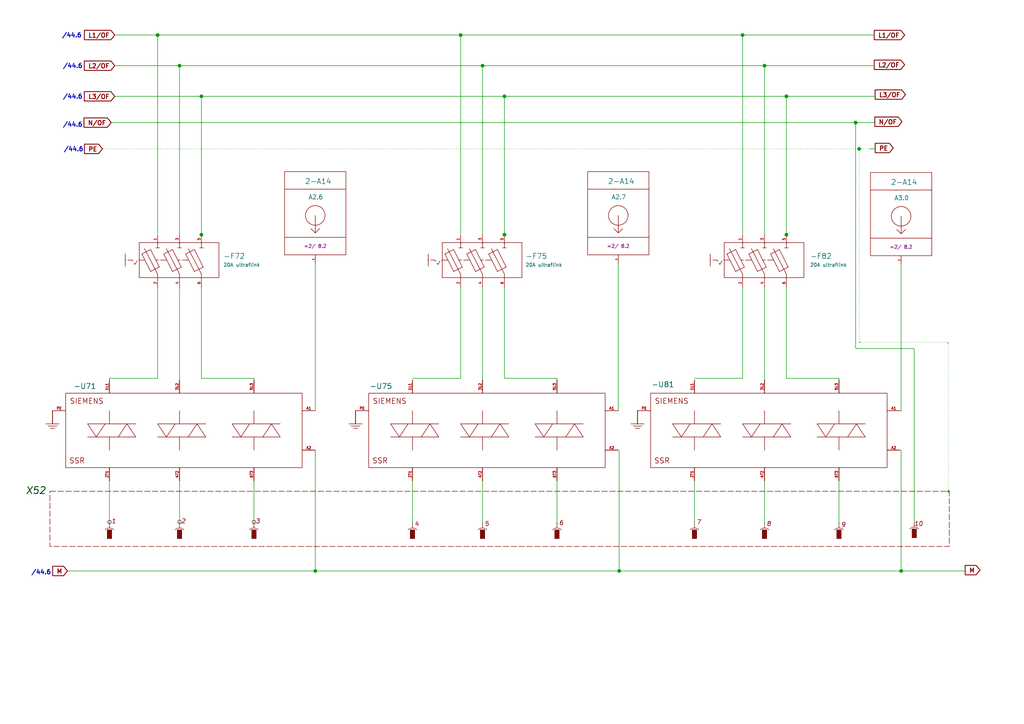
<source format=kicad_sch>
(kicad_sch (version 20250114) (generator "eeschema") (generator_version "9.0")
  (paper "A4")
  (title_block (comment 4 "20"))
  (lib_symbols
    (symbol "standart:PE" (pin_numbers (hide yes)) (pin_names (hide yes))
      (property "Reference" "PE" (at -3.302 2.794 0))
      (symbol "PE_0_1"
        (polyline (pts (xy -1.905 0) (xy 1.905 0)))
        (polyline (pts (xy -0.635 -1.27) (xy 0.635 -1.27)))
        (polyline (pts (xy 1.27 -0.635) (xy -1.27 -0.635)))
      )
      (symbol "PE_1_1"
        (pin passive line (at 0 3.81 270) (length 3.81) (name "") (number "PE"))
      )
    )
    (symbol "standart:PLC_OUT_(A)" (on_board no)
      (property "Reference" "-A" (at -12.954 16.002 0))
      (property "Target" "=Gruppe/ Seite.Pfad" (at 0 -8.89 0))
      (symbol "PLC_OUT_(A)_0_1"
        (rectangle (start -8.89 12.7) (end 8.89 -11.43))
        (polyline (pts (xy -8.89 7.62) (xy 8.89 7.62)))
        (polyline (pts (xy -8.89 -6.35) (xy 8.89 -6.35)))
        (polyline (pts (xy 0 0) (xy 0 -5.08) (xy 1.27 -3.81) (xy 0 -5.08) (xy -1.27 -3.81)))
        (circle (center 0 0) (radius 2.8398))
      )
      (symbol "PLC_OUT_(A)_1_1"
        (pin output line (at 0 -13.97 90) (length 2.54) (name "") (number "1"))
      )
    )
    (symbol "standart:SSR_(U)" (pin_names (hide yes))
      (property "Reference" "-U" (at -29.464 12.7 0))
      (symbol "SSR_(U)_0_1"
        (rectangle (start -33.02 10.16) (end 35.56 -11.43))
        (polyline (pts (xy -20.32 1.27) (xy -20.32 5.08)))
        (polyline (pts (xy -20.32 -2.54) (xy -20.32 -6.35)))
        (polyline (pts (xy 0 1.27) (xy 0 5.08)))
        (polyline (pts (xy 0 -2.54) (xy 0 -6.35)))
        (polyline (pts (xy 21.59 1.27) (xy 21.59 5.08)))
        (polyline (pts (xy 21.59 -2.54) (xy 21.59 -6.35)))
      )
      (symbol "SSR_(U)_1_1"
        (polyline (pts (xy -17.78 -2.54) (xy -24.13 -2.54) (xy -26.67 1.27) (xy -21.59 1.27) (xy -24.13 -2.54) (xy -26.67 -2.54)))
        (polyline (pts (xy -12.7 1.27) (xy -15.24 1.27) (xy -17.78 -2.54) (xy -12.7 -2.54) (xy -15.24 1.27) (xy -21.59 1.27)))
        (polyline (pts (xy 2.54 -2.54) (xy -3.81 -2.54) (xy -6.35 1.27) (xy -1.27 1.27) (xy -3.81 -2.54) (xy -6.35 -2.54)))
        (polyline (pts (xy 7.62 1.27) (xy 5.08 1.27) (xy 2.54 -2.54) (xy 7.62 -2.54) (xy 5.08 1.27) (xy -1.27 1.27)))
        (polyline (pts (xy 24.13 -2.54) (xy 17.78 -2.54) (xy 15.24 1.27) (xy 20.32 1.27) (xy 17.78 -2.54) (xy 15.24 -2.54)))
        (polyline (pts (xy 29.21 1.27) (xy 26.67 1.27) (xy 24.13 -2.54) (xy 29.21 -2.54) (xy 26.67 1.27) (xy 20.32 1.27)))
        (text "SSR" (at -29.718 -9.398 0) (effects (font (size 1.524 1.524))))
        (text "SIEMENS" (at -26.924 7.874 0) (effects (font (size 1.524 1.524))))
        (pin passive line (at -36.83 5.08 0) (length 3.81) (name "PE") (number "PE"))
        (pin passive line (at -20.32 13.97 270) (length 3.81) (name "1L1") (number "1L1"))
        (pin passive line (at -20.32 -15.24 90) (length 3.81) (name "2T1") (number "2T1"))
        (pin passive line (at 0 13.97 270) (length 3.81) (name "3L2") (number "3L2"))
        (pin passive line (at 0 -15.24 90) (length 3.81) (name "4T2") (number "4T2"))
        (pin passive line (at 21.59 13.97 270) (length 3.81) (name "5L3") (number "5L3"))
        (pin passive line (at 21.59 -15.24 90) (length 3.81) (name "6T3") (number "6T3"))
        (pin passive line (at 39.37 5.08 180) (length 3.81) (name "A1") (number "A1"))
        (pin passive line (at 39.37 -6.35 180) (length 3.81) (name "A2") (number "A2"))
      )
    )
    (symbol "standart:Schalter_(F)_1-6" (pin_names (hide yes))
      (property "Reference" "-F" (at -13.462 10.922 0))
      (property "Value" "_____ A" (at -13.716 8.636 0))
      (symbol "Schalter_(F)_1-6_0_1"
        (polyline (pts (xy -8.382 2.032) (xy -5.842 -3.048)))
        (polyline (pts (xy -5.842 3.302) (xy -8.382 2.032)))
        (polyline (pts (xy -5.842 -3.048) (xy -3.302 -1.778)))
        (polyline (pts (xy -4.318 3.81) (xy -3.302 3.81)))
        (polyline (pts (xy -3.81 3.81) (xy -3.81 5.334)))
        (polyline (pts (xy -3.81 -3.81) (xy -7.62 3.556)))
        (polyline (pts (xy -3.81 -3.81) (xy -3.81 -5.08)))
        (polyline (pts (xy -3.302 -1.778) (xy -5.842 3.302)))
        (polyline (pts (xy -2.032 2.032) (xy 0.508 -3.048)))
        (polyline (pts (xy 0.508 3.302) (xy -2.032 2.032)))
        (polyline (pts (xy 0.508 -3.048) (xy 3.048 -1.778)))
        (polyline (pts (xy 2.032 3.81) (xy 3.048 3.81)))
        (polyline (pts (xy 2.54 3.81) (xy 2.54 5.334)))
        (polyline (pts (xy 2.54 -3.81) (xy -1.27 3.556)))
        (polyline (pts (xy 2.54 -3.81) (xy 2.54 -5.08)))
        (polyline (pts (xy 3.048 -1.778) (xy 0.508 3.302)))
        (polyline (pts (xy 4.318 2.032) (xy 6.858 -3.048)))
        (polyline (pts (xy 6.858 3.302) (xy 4.318 2.032)))
        (polyline (pts (xy 6.858 -3.048) (xy 9.398 -1.778)))
        (polyline (pts (xy 8.382 3.81) (xy 9.398 3.81)))
        (polyline (pts (xy 8.89 3.81) (xy 8.89 5.334)))
        (polyline (pts (xy 8.89 -3.81) (xy 5.08 3.556)))
        (polyline (pts (xy 8.89 -3.81) (xy 8.89 -5.08)))
        (polyline (pts (xy 9.398 -1.778) (xy 6.858 3.302)))
      )
      (symbol "Schalter_(F)_1-6_1_1"
        (polyline (pts (xy -13.208 2.032) (xy -13.208 -1.524)))
        (rectangle (start -9.144 5.334) (end 13.97 -4.826))
        (polyline (pts (xy -7.62 0.254) (xy -9.652 0.254) (xy -10.414 -1.016) (xy -11.176 0.254) (xy -13.208 0.254)) (stroke (width 0) (type dash)))
        (polyline (pts (xy -1.27 0.254) (xy -4.318 0.254)) (stroke (width 0) (type dash)))
        (polyline (pts (xy 5.08 0.254) (xy 2.032 0.254)) (stroke (width 0) (type dash)))
        (pin passive line (at -3.81 7.62 270) (length 2.54) (name "1") (number "1"))
        (pin passive line (at -3.81 -7.62 90) (length 2.54) (name "2") (number "2"))
        (pin passive line (at 2.54 7.62 270) (length 2.54) (name "3") (number "3"))
        (pin passive line (at 2.54 -7.62 90) (length 2.54) (name "4") (number "4"))
        (pin passive line (at 8.89 7.62 270) (length 2.54) (name "5") (number "5"))
        (pin passive line (at 8.89 -7.62 90) (length 2.54) (name "6") (number "6"))
      )
    )
  )
  (circle (center 52.07 151.384) (radius 0.508) (stroke (width 0) (color 114 15 19 1)))
  (rectangle (start 265.811 155.956) (end 264.541 153.416) (stroke (width 0) (color 112 6 12 1)) (fill (type color) (color 121 9 8 1)))
  (arc (start 30.48 153.67) (mid 31.75 153.1439) (end 33.02 153.67) (stroke (width 0) (color 130 18 30 1)))
  (arc (start 138.684 153.67) (mid 139.954 153.1439) (end 141.224 153.67) (stroke (width 0) (color 130 18 30 1)))
  (arc (start 160.274 153.67) (mid 161.544 153.1439) (end 162.814 153.67) (stroke (width 0) (color 130 18 30 1)))
  (circle (center 275.082 142.494) (radius 0.254) (stroke (width 0) (color 0 132 0 1)) (fill (type color) (color 0 72 0 1)))
  (arc (start 220.472 153.67) (mid 221.742 153.1439) (end 223.012 153.67) (stroke (width 0) (color 130 18 30 1)))
  (rectangle (start 14.478 142.494) (end 275.336 158.496) (stroke (width 0) (type dash) (color 132 0 0 1)))
  (rectangle (start 202.057 156.21) (end 200.787 153.67) (stroke (width 0) (color 112 6 12 1)) (fill (type color) (color 121 9 8 1)))
  (circle (center 31.75 151.384) (radius 0.508) (stroke (width 0) (color 114 15 19 1)))
  (arc (start 263.906 153.416) (mid 265.176 152.8899) (end 266.446 153.416) (stroke (width 0) (color 130 18 30 1)))
  (rectangle (start 162.179 156.21) (end 160.909 153.67) (stroke (width 0) (color 112 6 12 1)) (fill (type color) (color 121 9 8 1)))
  (rectangle (start 243.967 156.21) (end 242.697 153.67) (stroke (width 0) (color 112 6 12 1)) (fill (type color) (color 121 9 8 1)))
  (arc (start 200.152 153.67) (mid 201.422 153.1439) (end 202.692 153.67) (stroke (width 0) (color 130 18 30 1)))
  (circle (center 73.66 151.384) (radius 0.508) (stroke (width 0) (color 114 15 19 1)))
  (arc (start 72.39 153.67) (mid 73.66 153.1439) (end 74.93 153.67) (stroke (width 0) (color 130 18 30 1)))
  (arc (start 118.364 153.67) (mid 119.634 153.1439) (end 120.904 153.67) (stroke (width 0) (color 130 18 30 1)))
  (rectangle (start 74.295 156.21) (end 73.025 153.67) (stroke (width 0) (color 112 6 12 1)) (fill (type color) (color 121 9 8 1)))
  (rectangle (start 140.589 156.21) (end 139.319 153.67) (stroke (width 0) (color 112 6 12 1)) (fill (type color) (color 121 9 8 1)))
  (rectangle (start 32.385 156.21) (end 31.115 153.67) (stroke (width 0) (color 112 6 12 1)) (fill (type color) (color 121 9 8 1)))
  (arc (start 242.062 153.67) (mid 243.332 153.1439) (end 244.602 153.67) (stroke (width 0) (color 130 18 30 1)))
  (rectangle (start 120.269 156.21) (end 118.999 153.67) (stroke (width 0) (color 112 6 12 1)) (fill (type color) (color 121 9 8 1)))
  (rectangle (start 52.705 156.21) (end 51.435 153.67) (stroke (width 0) (color 112 6 12 1)) (fill (type color) (color 121 9 8 1)))
  (rectangle (start 222.377 156.21) (end 221.107 153.67) (stroke (width 0) (color 112 6 12 1)) (fill (type color) (color 121 9 8 1)))
  (arc (start 50.8 153.67) (mid 52.07 153.1439) (end 53.34 153.67) (stroke (width 0) (color 130 18 30 1)))
  (text "/44.6" (at 21.082 19.304 0) (effects (font (size 1.27 1.27) (thickness 0.254) (bold yes))))
  (text "1" (at 33.02 151.384 0) (effects (font (size 1.27 1.27) (thickness 0.1588) (italic yes))))
  (text "2" (at 53.213 151.384 0) (effects (font (size 1.27 1.27) (thickness 0.1588) (italic yes))))
  (text "/44.6" (at 11.938 166.116 0) (effects (font (size 1.27 1.27) (thickness 0.254) (bold yes))))
  (text "5" (at 141.224 152.146 0) (effects (font (size 1.27 1.27) (thickness 0.1588) (italic yes))))
  (text "4\n" (at 120.904 152.146 0) (effects (font (size 1.27 1.27) (thickness 0.1588) (italic yes))))
  (text "10" (at 266.446 152.146 0) (effects (font (size 1.27 1.27) (thickness 0.1588) (italic yes))))
  (text "X52" (exclude_from_sim yes) (at 10.414 142.494 0) (effects (font (size 2 2) (thickness 0.25) (italic yes))))
  (text "/44.6" (at 20.828 10.414 0) (effects (font (size 1.27 1.27) (thickness 0.254) (bold yes))))
  (text "8\n" (at 223.012 152.146 0) (effects (font (size 1.27 1.27) (thickness 0.1588) (italic yes))))
  (text "/44.6" (at 21.082 36.322 0) (effects (font (size 1.27 1.27) (thickness 0.254) (bold yes))))
  (text "6\n" (at 162.814 151.892 0) (effects (font (size 1.27 1.27) (thickness 0.1588) (italic yes))))
  (text "3" (at 74.803 151.384 0) (effects (font (size 1.27 1.27) (thickness 0.1588) (italic yes))))
  (text "/44.6" (at 21.336 43.434 0) (effects (font (size 1.27 1.27) (thickness 0.254) (bold yes))))
  (text "9\n" (at 244.602 152.4 0) (effects (font (size 1.27 1.27) (thickness 0.1588) (italic yes))))
  (text "7\n" (at 202.692 151.638 0) (effects (font (size 1.27 1.27) (thickness 0.1588) (italic yes))))
  (text "/44.6" (at 21.082 28.194 0) (effects (font (size 1.27 1.27) (thickness 0.254) (bold yes))))
  (junction (at 228.092 27.94))
  (junction (at 58.42 27.94))
  (junction (at 228.092 68.072))
  (junction (at 58.42 68.072))
  (junction (at 261.366 165.608))
  (junction (at 139.954 19.05))
  (junction (at 133.604 10.16))
  (junction (at 146.304 27.94))
  (junction (at 91.44 165.608))
  (junction (at 215.392 10.16))
  (junction (at 221.742 19.05))
  (junction (at 179.578 165.608))
  (junction (at 249.174 43.18))
  (junction (at 45.72 10.16))
  (junction (at 52.07 19.05))
  (junction (at 146.304 68.072))
  (junction (at 248.158 35.56))
  (wire (pts (xy 58.42 109.728) (xy 73.66 109.728)))
  (wire (pts (xy 45.72 83.312) (xy 45.72 109.728)))
  (polyline (pts (xy 221.742 153.162) (xy 221.742 151.638)) (stroke (width 0) (type solid) (color 127 14 18 1)))
  (wire (pts (xy 139.954 19.05) (xy 139.954 68.072)))
  (wire (pts (xy 275.082 99.568) (xy 275.082 142.494)) (stroke (width 0) (type dot)))
  (wire (pts (xy 201.422 139.446) (xy 201.422 151.638)))
  (wire (pts (xy 19.558 165.608) (xy 91.44 165.608)))
  (wire (pts (xy 52.07 19.05) (xy 52.07 68.072)))
  (wire (pts (xy 52.07 139.446) (xy 52.07 151.638)))
  (wire (pts (xy 91.44 130.556) (xy 91.44 165.608)))
  (polyline (pts (xy 31.75 153.162) (xy 31.75 151.638)) (stroke (width 0) (type solid) (color 127 14 18 1)))
  (wire (pts (xy 33.528 10.16) (xy 45.72 10.16)))
  (wire (pts (xy 133.604 10.16) (xy 133.604 67.818)))
  (polyline (pts (xy 201.422 153.162) (xy 201.422 151.638)) (stroke (width 0) (type solid) (color 127 14 18 1)))
  (wire (pts (xy 133.604 83.312) (xy 133.604 109.728)))
  (wire (pts (xy 215.392 10.16) (xy 215.392 67.818)))
  (wire (pts (xy 73.66 139.446) (xy 73.66 151.892)))
  (wire (pts (xy 119.634 109.728) (xy 133.604 109.728)))
  (wire (pts (xy 179.324 76.454) (xy 179.324 119.126)))
  (wire (pts (xy 45.72 10.16) (xy 133.604 10.16)))
  (wire (pts (xy 179.578 130.556) (xy 179.578 165.608)))
  (wire (pts (xy 221.742 19.05) (xy 253.492 19.05)))
  (polyline (pts (xy 52.07 153.162) (xy 52.07 151.638)) (stroke (width 0) (type solid) (color 127 14 18 1)))
  (wire (pts (xy 261.366 165.608) (xy 279.908 165.608)))
  (wire (pts (xy 179.578 165.608) (xy 261.366 165.608)))
  (wire (pts (xy 33.274 27.94) (xy 58.42 27.94)))
  (wire (pts (xy 91.44 165.608) (xy 179.578 165.608)))
  (polyline (pts (xy 139.954 153.162) (xy 139.954 151.638)) (stroke (width 0) (type solid) (color 127 14 18 1)))
  (wire (pts (xy 161.544 109.728) (xy 161.544 110.236)))
  (polyline (pts (xy 119.634 153.162) (xy 119.634 151.638)) (stroke (width 0) (type solid) (color 127 14 18 1)))
  (wire (pts (xy 261.366 130.556) (xy 261.366 165.608)))
  (wire (pts (xy 58.42 83.312) (xy 58.42 109.728)))
  (wire (pts (xy 139.954 19.05) (xy 221.742 19.05)))
  (wire (pts (xy 29.972 43.18) (xy 249.174 43.18)) (stroke (width 0) (type dot)))
  (wire (pts (xy 146.304 27.94) (xy 146.304 68.072)))
  (wire (pts (xy 228.092 27.94) (xy 228.092 68.072)))
  (wire (pts (xy 274.828 99.314) (xy 275.082 99.568)))
  (wire (pts (xy 45.72 10.16) (xy 45.72 67.818)))
  (polyline (pts (xy 243.332 153.162) (xy 243.332 151.638)) (stroke (width 0) (type solid) (color 127 14 18 1)))
  (wire (pts (xy 91.44 76.454) (xy 91.44 119.126)))
  (wire (pts (xy 58.42 68.072) (xy 58.42 68.326)))
  (wire (pts (xy 58.42 27.94) (xy 58.42 68.072)))
  (wire (pts (xy 201.422 109.728) (xy 215.392 109.728)))
  (wire (pts (xy 146.304 68.072) (xy 146.304 68.326)))
  (wire (pts (xy 52.07 19.05) (xy 139.954 19.05)))
  (wire (pts (xy 32.512 35.56) (xy 248.158 35.56)))
  (wire (pts (xy 119.634 139.446) (xy 119.634 151.638)))
  (wire (pts (xy 139.954 83.312) (xy 139.954 110.236)))
  (wire (pts (xy 146.304 109.728) (xy 161.544 109.728)))
  (polyline (pts (xy 161.544 153.162) (xy 161.544 151.638)) (stroke (width 0) (type solid) (color 127 14 18 1)))
  (polyline (pts (xy 265.176 152.908) (xy 265.176 151.384)) (stroke (width 0) (type solid) (color 127 14 18 1)))
  (wire (pts (xy 221.742 19.05) (xy 221.742 68.072)))
  (wire (pts (xy 31.75 139.446) (xy 31.75 151.638)))
  (wire (pts (xy 31.75 109.728) (xy 45.72 109.728)))
  (wire (pts (xy 146.304 27.94) (xy 228.092 27.94)))
  (wire (pts (xy 58.42 27.94) (xy 146.304 27.94)))
  (wire (pts (xy 73.66 109.728) (xy 73.66 110.236)))
  (wire (pts (xy 228.092 109.728) (xy 243.332 109.728)))
  (wire (pts (xy 139.954 139.446) (xy 139.954 151.638)))
  (wire (pts (xy 249.174 43.18) (xy 249.174 99.314)) (stroke (width 0) (type dot)))
  (wire (pts (xy 33.528 19.05) (xy 52.07 19.05)))
  (wire (pts (xy 249.174 43.18) (xy 252.222 43.18)) (stroke (width 0) (type dot)))
  (wire (pts (xy 215.392 83.312) (xy 215.392 109.728)))
  (wire (pts (xy 264.922 101.092) (xy 248.412 101.092)))
  (wire (pts (xy 221.742 139.446) (xy 221.742 151.638)))
  (wire (pts (xy 228.092 27.94) (xy 253.746 27.94)))
  (wire (pts (xy 248.158 35.56) (xy 248.158 100.838)))
  (wire (pts (xy 161.544 139.446) (xy 161.544 151.892)))
  (wire (pts (xy 52.07 83.312) (xy 52.07 110.236)))
  (wire (pts (xy 228.092 68.072) (xy 228.092 68.326)))
  (wire (pts (xy 243.332 139.446) (xy 243.332 151.892)))
  (wire (pts (xy 261.366 76.708) (xy 261.366 119.38)))
  (wire (pts (xy 133.604 10.16) (xy 215.392 10.16)))
  (wire (pts (xy 265.176 151.384) (xy 265.176 101.346)))
  (wire (pts (xy 31.75 109.728) (xy 31.75 110.236)))
  (wire (pts (xy 243.332 109.728) (xy 243.332 110.236)))
  (wire (pts (xy 248.158 35.56) (xy 253.746 35.56)))
  (wire (pts (xy 146.304 83.312) (xy 146.304 109.728)))
  (wire (pts (xy 249.682 99.314) (xy 274.828 99.314)) (stroke (width 0) (type dot)))
  (wire (pts (xy 252.222 43.18) (xy 254 43.18)))
  (wire (pts (xy 249.174 99.314) (xy 249.682 99.314)))
  (wire (pts (xy 215.392 10.16) (xy 253.492 10.16)))
  (wire (pts (xy 265.176 101.346) (xy 264.922 101.092)))
  (wire (pts (xy 248.412 101.092) (xy 248.158 100.838)))
  (wire (pts (xy 228.092 83.312) (xy 228.092 109.728)))
  (wire (pts (xy 221.742 83.312) (xy 221.742 110.236)))
  (polyline (pts (xy 73.66 153.162) (xy 73.66 151.638)) (stroke (width 0) (type solid) (color 127 14 18 1)))
  (global_label "M" (shape input) (at 284.226 165.354 180) (effects (font (thickness 0.254) (bold yes))) (property "Intersheetrefs" "${INTERSHEET_REFS}" (effects (hide yes))))
  (global_label "L3{slash}OF" (shape input) (at 262.636 27.432 180) (effects (font (thickness 0.254) (bold yes))) (property "Intersheetrefs" "${INTERSHEET_REFS}" (effects (hide yes))))
  (global_label "L3{slash}OF" (shape input) (at 33.274 27.94 180) (effects (font (thickness 0.254) (bold yes))) (property "Intersheetrefs" "${INTERSHEET_REFS}" (effects (hide yes))))
  (global_label "PE" (shape input) (at 29.718 43.18 180) (effects (font (thickness 0.254) (bold yes))) (property "Intersheetrefs" "${INTERSHEET_REFS}" (effects (hide yes))))
  (global_label "L1{slash}OF" (shape input) (at 262.382 10.16 180) (effects (font (thickness 0.254) (bold yes))) (property "Intersheetrefs" "${INTERSHEET_REFS}" (effects (hide yes))))
  (global_label "L2{slash}OF" (shape input) (at 33.274 19.05 180) (effects (font (thickness 0.254) (bold yes))) (property "Intersheetrefs" "${INTERSHEET_REFS}" (effects (hide yes))))
  (global_label "N{slash}OF" (shape input) (at 32.258 35.56 180) (effects (font (thickness 0.254) (bold yes))) (property "Intersheetrefs" "${INTERSHEET_REFS}" (effects (hide yes))))
  (global_label "PE" (shape input) (at 259.08 42.926 180) (effects (font (thickness 0.254) (bold yes))) (property "Intersheetrefs" "${INTERSHEET_REFS}" (effects (hide yes))))
  (global_label "N{slash}OF" (shape input) (at 261.62 35.306 180) (effects (font (thickness 0.254) (bold yes))) (property "Intersheetrefs" "${INTERSHEET_REFS}" (effects (hide yes))))
  (global_label "L1{slash}OF" (shape input) (at 33.274 10.16 180) (effects (font (thickness 0.254) (bold yes))) (property "Intersheetrefs" "${INTERSHEET_REFS}" (effects (hide yes))))
  (global_label "L2{slash}OF" (shape input) (at 262.382 18.796 180) (effects (font (thickness 0.254) (bold yes))) (property "Intersheetrefs" "${INTERSHEET_REFS}" (effects (hide yes))))
  (global_label "M" (shape input) (at 19.558 165.608 180) (effects (font (thickness 0.254) (bold yes))) (property "Intersheetrefs" "${INTERSHEET_REFS}" (effects (hide yes))))
  (symbol (lib_id "standart:PLC_OUT_(A)") (at 261.366 62.738 0) (unit 1) (on_board no)
    (property "Reference" "2-A14" (at 258.318 52.832 0) (effects (font (size 1.524 1.524)) (justify left)))
    (property "Value" "A3.0" (at 259.334 57.404 0) (effects (justify left)))
    (property "Target" "=2/ 8.2" (at 261.366 71.628 0) (effects (font (size 1.016 1.016))))
    (property "-A" "2-A14" (effects (hide yes)))
  )
  (symbol (lib_id "standart:SSR_(U)") (at 52.07 124.206 0) (unit 1)
    (property "Reference" "-U71" (at 24.638 112.014 0) (effects (font (size 1.524 1.524))))
  )
  (symbol (lib_id "standart:PE") (at 184.912 122.936 0) (unit 1)
    (property "Reference" "PE9" (effects (hide yes)))
  )
  (symbol (lib_id "standart:PE") (at 103.124 122.936 0) (unit 1)
    (property "Reference" "PE8" (effects (hide yes)))
  )
  (symbol (lib_id "standart:SSR_(U)") (at 221.742 124.206 0) (unit 1)
    (property "Reference" "-U81" (at 192.278 111.506 0) (effects (font (size 1.524 1.524))))
  )
  (symbol (lib_id "standart:Schalter_(F)_1-6") (at 137.414 75.692 0) (unit 1)
    (property "Reference" "-F75" (at 152.4 74.2949 0) (effects (font (size 1.524 1.524)) (justify left)))
    (property "Value" "20A ultraflink" (at 152.4 76.8349 0) (effects (font (size 1.016 1.016)) (justify left)))
  )
  (symbol (lib_id "standart:Schalter_(F)_1-6") (at 219.202 75.692 0) (unit 1)
    (property "Reference" "-F82" (at 234.95 74.2949 0) (effects (font (size 1.524 1.524)) (justify left)))
    (property "Value" "20A ultraflink" (at 234.95 76.8349 0) (effects (font (size 1.016 1.016)) (justify left)))
  )
  (symbol (lib_id "standart:PLC_OUT_(A)") (at 91.44 62.484 0) (unit 1) (on_board no)
    (property "Reference" "2-A14" (at 88.392 52.578 0) (effects (font (size 1.524 1.524)) (justify left)))
    (property "Value" "A2.6" (at 89.408 57.15 0) (effects (justify left)))
    (property "Target" "=2/ 8.2" (at 91.44 71.374 0) (effects (font (size 1.016 1.016))))
    (property "-A" "2-A14" (effects (hide yes)))
  )
  (symbol (lib_id "standart:PE") (at 15.24 122.936 0) (unit 1)
    (property "Reference" "PE7" (effects (hide yes)))
  )
  (symbol (lib_id "standart:Schalter_(F)_1-6") (at 49.53 75.692 0) (unit 1)
    (property "Reference" "-F72" (at 64.77 74.2949 0) (effects (font (size 1.524 1.524)) (justify left)))
    (property "Value" "20A ultraflink" (at 64.77 76.8349 0) (effects (font (size 1.016 1.016)) (justify left)))
  )
  (symbol (lib_id "standart:SSR_(U)") (at 139.954 124.206 0) (unit 1)
    (property "Reference" "-U75" (at 110.49 112.014 0) (effects (font (size 1.524 1.524))))
  )
  (symbol (lib_id "standart:PLC_OUT_(A)") (at 179.324 62.484 0) (unit 1) (on_board no)
    (property "Reference" "2-A14" (at 176.276 52.578 0) (effects (font (size 1.524 1.524)) (justify left)))
    (property "Value" "A2.7" (at 177.292 57.15 0) (effects (justify left)))
    (property "Target" "=2/ 8.2" (at 179.324 71.374 0) (effects (font (size 1.016 1.016))))
    (property "-A" "2-A14" (effects (hide yes)))
  )
)
</source>
